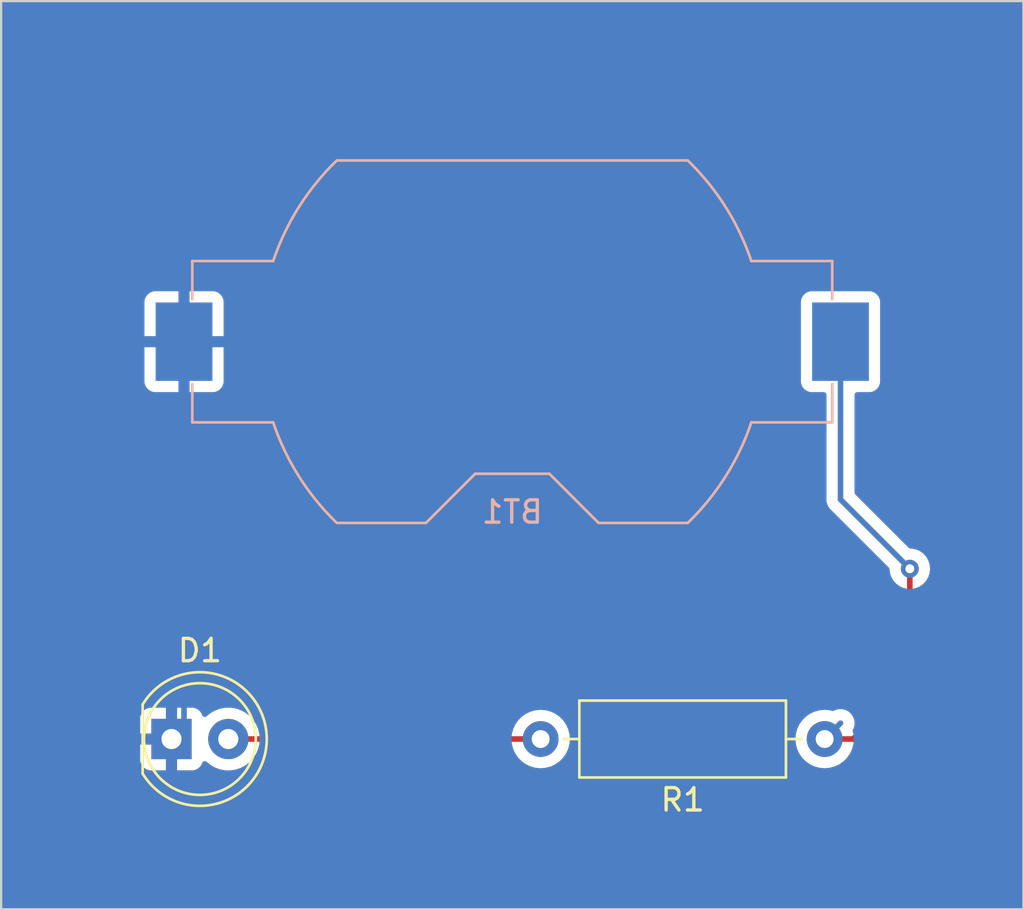
<source format=kicad_pcb>
(kicad_pcb (version 20221018) (generator pcbnew)
  (layers (0 "F.Cu" signal) (31 "B.Cu" signal) (34 "B.Paste" user) (35 "F.Paste" user) (36 "B.SilkS" user "B.Silkscreen") (37 "F.SilkS" user "F.Silkscreen") (38 "B.Mask" user) (39 "F.Mask" user) (44 "Edge.Cuts" user))
  (net 0 "")
  (net 1 "VCC")
  (net 2 "GND")
  (net 3 "/led")
  (footprint "Resistor_THT:R_Axial_DIN0309_L9.0mm_D3.2mm_P12.70mm_Horizontal" (layer "F.Cu") (at 158.75 111.76 180)
    (fp_text reference "R1" (at 6.35 -2.72) (layer "F.SilkS"))
    (fp_text value "R_US")
    (fp_line (start 1.04 0) (end 1.73 0) (stroke (width 0.12)) (layer "F.SilkS"))
    (fp_line (start 1.73 -1.72) (end 1.73 1.72) (stroke (width 0.12)) (layer "F.SilkS"))
    (fp_line (start 1.73 1.72) (end 10.97 1.72) (stroke (width 0.12)) (layer "F.SilkS"))
    (fp_line (start 10.97 -1.72) (end 1.73 -1.72) (stroke (width 0.12)) (layer "F.SilkS"))
    (fp_line (start 10.97 1.72) (end 10.97 -1.72) (stroke (width 0.12)) (layer "F.SilkS"))
    (fp_line (start 11.66 0) (end 10.97 0) (stroke (width 0.12)) (layer "F.SilkS"))
    (pad "1" thru_hole circle (at 0 0 180) (size 1.6 1.6) (drill 0.8) (layers "*.Cu" "*.Mask") (net 1 "VCC"))
    (pad "2" thru_hole oval (at 12.7 0 180) (size 1.6 1.6) (drill 0.8) (layers "*.Cu" "*.Mask") (net 3 "/led"))
  )
  (footprint "LED_THT:LED_D5.0mm" (layer "F.Cu") (at 129.54 111.76)
    (fp_text reference "D1" (at 1.27 -3.96) (layer "F.SilkS"))
    (fp_text value "LED")
    (fp_line (start -1.29 -1.545) (end -1.29 1.545) (stroke (width 0.12)) (layer "F.SilkS"))
    (fp_arc (start -1.29 -1.54483) (mid 2.072002 -2.880433) (end 4.26 0.000462) (stroke (width 0.12)) (layer "F.SilkS"))
    (fp_arc (start 4.26 -0.000462) (mid 2.072002 2.880433) (end -1.29 1.54483) (stroke (width 0.12)) (layer "F.SilkS"))
    (fp_circle (center 1.27 0) (end 3.77 0) (stroke (width 0.12)) (fill none) (layer "F.SilkS"))
    (pad "1" thru_hole rect (at 0 0) (size 1.8 1.8) (drill 0.9) (layers "*.Cu" "*.Mask") (net 2 "GND"))
    (pad "2" thru_hole circle (at 2.54 0) (size 1.8 1.8) (drill 0.9) (layers "*.Cu" "*.Mask") (net 3 "/led"))
  )
  (footprint "Battery:BatteryHolder_Keystone_1058_1x2032" (layer "B.Cu") (at 144.78 93.98 180)
    (fp_text reference "BT1" (at 0 -7.62) (layer "B.SilkS") (effects (justify mirror)))
    (fp_text value "Battery_Cell")
    (fp_line (start -14.31 -1.9) (end -14.31 -3.61) (stroke (width 0.12)) (layer "B.SilkS"))
    (fp_line (start -14.31 1.9) (end -14.31 3.61) (stroke (width 0.12)) (layer "B.SilkS"))
    (fp_line (start -14.31 3.61) (end -10.692 3.61) (stroke (width 0.12)) (layer "B.SilkS"))
    (fp_line (start -10.692 -3.61) (end -14.31 -3.61) (stroke (width 0.12)) (layer "B.SilkS"))
    (fp_line (start -7.8473 8.11) (end 7.8473 8.11) (stroke (width 0.12)) (layer "B.SilkS"))
    (fp_line (start -3.86 -8.11) (end -7.8473 -8.11) (stroke (width 0.12)) (layer "B.SilkS"))
    (fp_line (start -1.66 -5.91) (end -3.86 -8.11) (stroke (width 0.12)) (layer "B.SilkS"))
    (fp_line (start 1.66 -5.91) (end -1.66 -5.91) (stroke (width 0.12)) (layer "B.SilkS"))
    (fp_line (start 1.66 -5.91) (end 3.86 -8.11) (stroke (width 0.12)) (layer "B.SilkS"))
    (fp_line (start 7.8473 -8.11) (end 3.86 -8.11) (stroke (width 0.12)) (layer "B.SilkS"))
    (fp_line (start 10.692 3.61) (end 14.31 3.61) (stroke (width 0.12)) (layer "B.SilkS"))
    (fp_line (start 14.31 -3.61) (end 10.692 -3.61) (stroke (width 0.12)) (layer "B.SilkS"))
    (fp_line (start 14.31 -1.9) (end 14.31 -3.61) (stroke (width 0.12)) (layer "B.SilkS"))
    (fp_line (start 14.31 1.9) (end 14.31 3.61) (stroke (width 0.12)) (layer "B.SilkS"))
    (fp_arc (start -10.692 -3.61) (mid -9.538085 -6.031245) (end -7.845371 -8.111789) (stroke (width 0.12)) (layer "B.SilkS"))
    (fp_arc (start -7.845371 8.111789) (mid -9.538084 6.031244) (end -10.692 3.61) (stroke (width 0.12)) (layer "B.SilkS"))
    (fp_arc (start 7.845371 -8.111789) (mid 9.538084 -6.031244) (end 10.692 -3.61) (stroke (width 0.12)) (layer "B.SilkS"))
    (fp_arc (start 10.692 3.61) (mid 9.538084 6.031244) (end 7.845371 8.111789) (stroke (width 0.12)) (layer "B.SilkS"))
    (pad "1" smd rect (at -14.68 0 180) (size 2.54 3.51) (layers "B.Cu" "B.Paste" "B.Mask") (net 1 "VCC"))
    (pad "2" smd rect (at 14.68 0 180) (size 2.54 3.51) (layers "B.Cu" "B.Paste" "B.Mask") (net 2 "GND"))
  )
  (gr_rect (start 121.92 78.74) (end 167.64 119.38) (stroke (width 0.1)) (fill none) (layer "Edge.Cuts"))
  (segment (start 162.56 109.22) (end 160.02 111.76) (width 0.25) (layer "F.Cu") (net 1))
  (segment (start 162.56 104.14) (end 162.56 109.22) (width 0.25) (layer "F.Cu") (net 1))
  (segment (start 160.02 111.76) (end 158.75 111.76) (width 0.25) (layer "F.Cu") (net 1))
  (via (at 162.56 104.14) (size 0.8) (drill 0.4) (layers "F.Cu" "B.Cu") (net 1))
  (segment (start 159.46 111.05) (end 158.75 111.76) (width 0.25) (layer "B.Cu") (net 1))
  (segment (start 159.46 101.04) (end 162.56 104.14) (width 0.25) (layer "B.Cu") (net 1))
  (segment (start 159.46 93.98) (end 159.46 101.04) (width 0.25) (layer "B.Cu") (net 1))
  (segment (start 130.1 111.2) (end 129.54 111.76) (width 0.25) (layer "B.Cu") (net 2))
  (segment (start 130.1 93.98) (end 130.1 111.2) (width 0.25) (layer "B.Cu") (net 2))
  (segment (start 132.08 111.76) (end 146.05 111.76) (width 0.25) (layer "F.Cu") (net 3))
  (zone (net 2) (net_name "GND") (layer "B.Cu") (connect_pads (clearance 0.5)) (min_thickness 0.25) (fill yes (thermal_gap 0.5) (thermal_bridge_width 0.5))
    (polygon (pts (xy 121.92 78.74) (xy 167.64 78.74) (xy 167.64 119.38) (xy 121.92 119.38)))
  )
)
</source>
